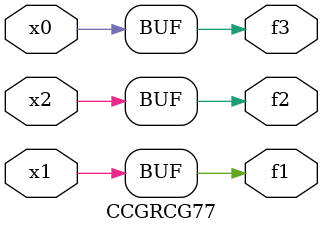
<source format=v>
module CCGRCG77(
	input x0, x1, x2,
	output f1, f2, f3
);
	assign f1 = x1;
	assign f2 = x2;
	assign f3 = x0;
endmodule

</source>
